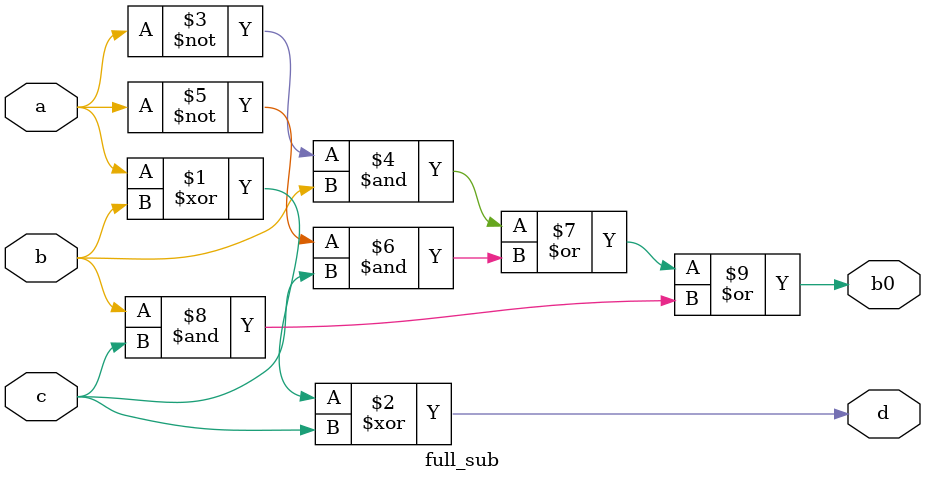
<source format=v>
module full_sub(input a,b,c, output d,b0);

assign d=a^b^c;
assign b0=~a&b | ~a&c | b&c ;

endmodule

</source>
